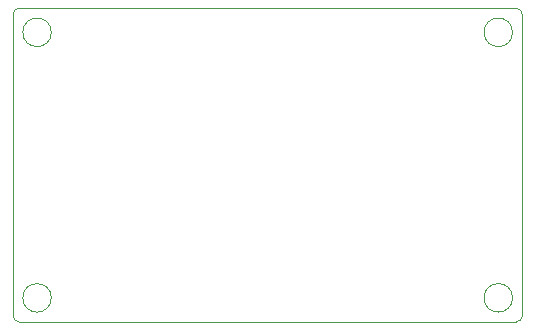
<source format=gbr>
G04 #@! TF.GenerationSoftware,KiCad,Pcbnew,(5.1.5)-3*
G04 #@! TF.CreationDate,2020-08-03T01:27:49-04:00*
G04 #@! TF.ProjectId,Arduino Clone,41726475-696e-46f2-9043-6c6f6e652e6b,rev?*
G04 #@! TF.SameCoordinates,Original*
G04 #@! TF.FileFunction,Profile,NP*
%FSLAX46Y46*%
G04 Gerber Fmt 4.6, Leading zero omitted, Abs format (unit mm)*
G04 Created by KiCad (PCBNEW (5.1.5)-3) date 2020-08-03 01:27:49*
%MOMM*%
%LPD*%
G04 APERTURE LIST*
%ADD10C,0.050000*%
G04 APERTURE END LIST*
D10*
X178879500Y-104076500D02*
G75*
G03X178879500Y-104076500I-1206500J0D01*
G01*
X178879500Y-126555500D02*
G75*
G03X178879500Y-126555500I-1206500J0D01*
G01*
X139827000Y-126555500D02*
G75*
G03X139827000Y-126555500I-1206500J0D01*
G01*
X139827000Y-104076500D02*
G75*
G03X139827000Y-104076500I-1206500J0D01*
G01*
X179197000Y-102044500D02*
X137096500Y-102044500D01*
X179705000Y-128079500D02*
X179705000Y-102552500D01*
X137096500Y-128587500D02*
X179197000Y-128587500D01*
X136588500Y-102552500D02*
X136588500Y-128079500D01*
X179197000Y-102044500D02*
G75*
G02X179705000Y-102552500I0J-508000D01*
G01*
X179705000Y-128079500D02*
G75*
G02X179197000Y-128587500I-508000J0D01*
G01*
X137096500Y-128587500D02*
G75*
G02X136588500Y-128079500I0J508000D01*
G01*
X136588500Y-102552500D02*
G75*
G02X137096500Y-102044500I508000J0D01*
G01*
M02*

</source>
